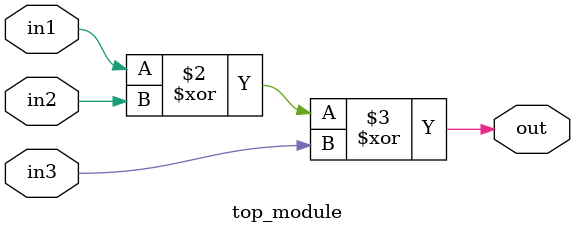
<source format=sv>
module top_module (
	input in1,
	input in2,
	input in3,
	output logic out
);

	always_comb begin
		out = (in1 ^ in2) ^ in3;
	end

endmodule

</source>
